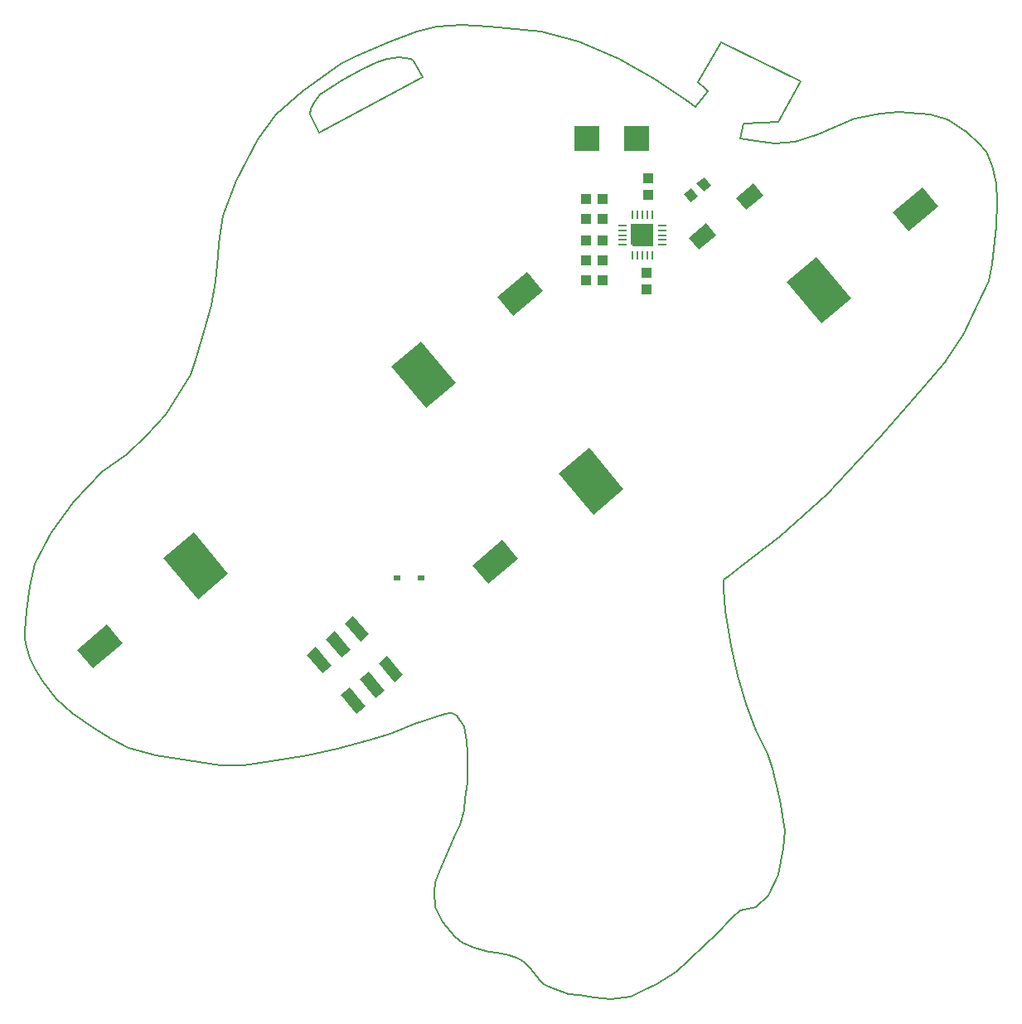
<source format=gbp>
G04 EAGLE Gerber RS-274X export*
G75*
%MOMM*%
%FSLAX34Y34*%
%LPD*%
%INSolder paste bottom*%
%IPPOS*%
%AMOC8*
5,1,8,0,0,1.08239X$1,22.5*%
G01*
%ADD10C,0.152400*%
%ADD11R,0.900000X0.250000*%
%ADD12R,0.250000X0.900000*%
%ADD13R,2.500000X4.000000*%
%ADD14R,5.500000X4.000000*%
%ADD15R,1.000000X1.100000*%
%ADD16R,1.100000X1.000000*%
%ADD17R,2.550000X2.500000*%
%ADD18R,2.300000X1.600000*%
%ADD19R,0.800000X0.600000*%
%ADD20R,1.200000X2.500000*%

G36*
X643668Y770955D02*
X643668Y770955D01*
X643693Y770952D01*
X643788Y770975D01*
X643885Y770990D01*
X643906Y771002D01*
X643930Y771008D01*
X644014Y771059D01*
X644100Y771105D01*
X644117Y771123D01*
X644138Y771136D01*
X644200Y771212D01*
X644267Y771284D01*
X644277Y771306D01*
X644293Y771325D01*
X644327Y771416D01*
X644368Y771506D01*
X644370Y771530D01*
X644379Y771553D01*
X644393Y771700D01*
X644393Y793200D01*
X644389Y793224D01*
X644392Y793249D01*
X644370Y793344D01*
X644354Y793441D01*
X644342Y793462D01*
X644336Y793486D01*
X644285Y793570D01*
X644239Y793656D01*
X644221Y793673D01*
X644208Y793694D01*
X644132Y793756D01*
X644061Y793823D01*
X644038Y793833D01*
X644019Y793849D01*
X643928Y793883D01*
X643838Y793924D01*
X643814Y793926D01*
X643791Y793935D01*
X643644Y793949D01*
X622144Y793949D01*
X622120Y793945D01*
X622095Y793948D01*
X622000Y793926D01*
X621903Y793910D01*
X621882Y793898D01*
X621858Y793892D01*
X621774Y793841D01*
X621688Y793795D01*
X621671Y793777D01*
X621650Y793764D01*
X621588Y793688D01*
X621521Y793617D01*
X621511Y793594D01*
X621496Y793575D01*
X621461Y793484D01*
X621420Y793394D01*
X621418Y793370D01*
X621409Y793347D01*
X621395Y793200D01*
X621395Y773700D01*
X621413Y773589D01*
X621428Y773478D01*
X621433Y773469D01*
X621434Y773459D01*
X621487Y773360D01*
X621538Y773260D01*
X621545Y773253D01*
X621549Y773244D01*
X621631Y773168D01*
X621711Y773088D01*
X621722Y773082D01*
X621728Y773077D01*
X621744Y773070D01*
X621840Y773015D01*
X622427Y772755D01*
X622860Y772416D01*
X623199Y771983D01*
X623459Y771396D01*
X623521Y771303D01*
X623580Y771206D01*
X623588Y771200D01*
X623593Y771192D01*
X623682Y771123D01*
X623769Y771052D01*
X623778Y771048D01*
X623786Y771042D01*
X623892Y771005D01*
X623997Y770965D01*
X624009Y770964D01*
X624016Y770962D01*
X624034Y770962D01*
X624144Y770951D01*
X643644Y770951D01*
X643668Y770955D01*
G37*
D10*
X201930Y241300D02*
X135890Y251460D01*
X107950Y259080D01*
X90170Y267970D01*
X72390Y279400D01*
X50800Y294640D01*
X34290Y308610D01*
X20320Y327660D01*
X12700Y340360D01*
X7620Y350520D01*
X3810Y361950D01*
X2540Y369570D01*
X2540Y378460D01*
X3810Y398780D01*
X7620Y424180D01*
X12700Y447040D01*
X29210Y478790D01*
X52070Y510540D01*
X81280Y541020D01*
X106680Y558800D01*
X127000Y577850D01*
X146050Y599440D01*
X171450Y640080D01*
X176530Y655320D01*
X186690Y689610D01*
X193040Y711200D01*
X196850Y735330D01*
X199390Y760730D01*
X200660Y774700D01*
X204470Y802640D01*
X218440Y838200D01*
X240030Y880110D01*
X259080Y905510D01*
X285750Y929640D01*
X325120Y957580D01*
X340360Y965200D01*
X375920Y980440D01*
X402590Y990600D01*
X422910Y995680D01*
X448310Y996950D01*
X476250Y995680D01*
X529590Y990600D01*
X567690Y980440D01*
X609600Y962660D01*
X646430Y941070D01*
X680720Y918210D01*
X732790Y881380D02*
X749300Y878840D01*
X768350Y876300D01*
X788670Y877570D01*
X812800Y885190D01*
X838200Y896620D01*
X849630Y901700D01*
X876300Y906780D01*
X895350Y908050D01*
X927100Y905510D01*
X944880Y900430D01*
X963930Y887730D01*
X976630Y876300D01*
X984250Y867410D01*
X990600Y853440D01*
X994410Y835660D01*
X995680Y816610D01*
X994410Y791210D01*
X990600Y753110D01*
X986790Y735330D01*
X975360Y711200D01*
X961390Y681990D01*
X942340Y652780D01*
X915670Y622300D01*
X875030Y575310D01*
X821690Y518160D01*
X773430Y474980D01*
X734060Y444500D01*
X721360Y434340D01*
X716280Y430530D01*
X716280Y421640D01*
X717550Y398780D01*
X723900Y363220D01*
X730250Y332740D01*
X739140Y303530D01*
X749300Y276860D01*
X760730Y252730D01*
X765810Y237490D01*
X769620Y223520D01*
X773430Y205740D01*
X778510Y173990D01*
X777240Y156210D01*
X772160Y129540D01*
X762000Y107950D01*
X749300Y96520D01*
X732790Y92710D01*
X725170Y86360D01*
X708660Y68580D01*
X697230Y58420D01*
X680720Y41910D01*
X668020Y30480D01*
X654050Y21590D01*
X647700Y17780D01*
X635000Y11430D01*
X621030Y5080D01*
X600710Y2540D01*
X584200Y3810D01*
X568960Y6350D01*
X557530Y7620D01*
X537210Y15240D01*
X532130Y17780D01*
X528320Y21590D01*
X521970Y29210D01*
X518160Y34290D01*
X513080Y39370D01*
X509270Y41910D01*
X504190Y44450D01*
X496570Y46990D01*
X485140Y49530D01*
X476250Y50800D01*
X461010Y54610D01*
X449580Y59690D01*
X441960Y66040D01*
X429260Y81280D01*
X421640Y96520D01*
X420370Y111760D01*
X421640Y121920D01*
X426720Y134620D01*
X441960Y170180D01*
X447040Y180340D01*
X450850Y195580D01*
X452120Y207010D01*
X454660Y223520D01*
X454660Y254000D01*
X453390Y265430D01*
X450850Y280670D01*
X447040Y287020D01*
X443230Y292100D01*
X438150Y294640D01*
X436880Y294640D01*
X431800Y293370D01*
X400050Y283210D01*
X375920Y273050D01*
X353060Y266700D01*
X321310Y257810D01*
X290830Y251460D01*
X254000Y245110D01*
X226060Y241300D01*
X201930Y241300D01*
X303530Y925830D02*
X327660Y941070D01*
X347980Y952500D01*
X361950Y958850D01*
X372110Y962660D01*
X384810Y963930D01*
X396240Y962660D01*
X398780Y961390D01*
X408686Y944118D01*
X303276Y886968D01*
X293370Y905510D01*
X294640Y911860D01*
X298450Y919480D01*
X303530Y925830D01*
X736600Y896620D02*
X772160Y897890D01*
X697230Y932180D02*
X689610Y938530D01*
X713740Y979170D01*
X795020Y939800D01*
X772160Y897890D01*
X687070Y913130D02*
X680720Y918210D01*
X687070Y913130D02*
X699770Y929640D01*
X697230Y932180D01*
X736600Y896620D02*
X732790Y881380D01*
D11*
X612394Y772450D03*
X612394Y777450D03*
X612394Y782450D03*
X612394Y787450D03*
X612394Y792450D03*
D12*
X622894Y802950D03*
X627894Y802950D03*
X632894Y802950D03*
X637894Y802950D03*
X642894Y802950D03*
D11*
X653394Y792450D03*
X653394Y787450D03*
X653394Y782450D03*
X653394Y777450D03*
X653394Y772450D03*
D12*
X642894Y761950D03*
X637894Y761950D03*
X632894Y761950D03*
X627894Y761950D03*
X622894Y761950D03*
D13*
G36*
X71592Y339878D02*
X55523Y359029D01*
X86164Y384740D01*
X102233Y365589D01*
X71592Y339878D01*
G37*
D14*
G36*
X179363Y410730D02*
X144011Y452861D01*
X174653Y478572D01*
X210005Y436441D01*
X179363Y410730D01*
G37*
G36*
X407377Y673850D02*
X442729Y631719D01*
X412087Y606008D01*
X376735Y648139D01*
X407377Y673850D01*
G37*
D13*
G36*
X515148Y744702D02*
X531217Y725551D01*
X500576Y699840D01*
X484507Y718991D01*
X515148Y744702D01*
G37*
G36*
X475452Y426238D02*
X459383Y445389D01*
X490024Y471100D01*
X506093Y451949D01*
X475452Y426238D01*
G37*
D14*
G36*
X583223Y497090D02*
X547871Y539221D01*
X578513Y564932D01*
X613865Y522801D01*
X583223Y497090D01*
G37*
G36*
X811237Y760210D02*
X846589Y718079D01*
X815947Y692368D01*
X780595Y734499D01*
X811237Y760210D01*
G37*
D13*
G36*
X919008Y831062D02*
X935077Y811911D01*
X904436Y786200D01*
X888367Y805351D01*
X919008Y831062D01*
G37*
D15*
X592700Y819150D03*
X575700Y819150D03*
X592700Y798830D03*
X575700Y798830D03*
X592700Y777240D03*
X575700Y777240D03*
X592700Y756920D03*
X575700Y756920D03*
X592700Y736600D03*
X575700Y736600D03*
D16*
X637540Y743830D03*
X637540Y726830D03*
D15*
X638810Y823350D03*
X638810Y840350D03*
D17*
X627230Y881380D03*
X576730Y881380D03*
D18*
G36*
X680739Y779859D02*
X698357Y794642D01*
X708641Y782385D01*
X691023Y767602D01*
X680739Y779859D01*
G37*
G36*
X728999Y820355D02*
X746617Y835138D01*
X756901Y822881D01*
X739283Y808098D01*
X728999Y820355D01*
G37*
D19*
X407216Y432308D03*
X382216Y432308D03*
D15*
G36*
X690210Y822085D02*
X682551Y815657D01*
X675480Y824083D01*
X683139Y830511D01*
X690210Y822085D01*
G37*
G36*
X703232Y833013D02*
X695573Y826585D01*
X688502Y835011D01*
X696161Y841439D01*
X703232Y833013D01*
G37*
D20*
G36*
X363473Y344766D02*
X372666Y352480D01*
X388735Y333330D01*
X379542Y325616D01*
X363473Y344766D01*
G37*
G36*
X344322Y328697D02*
X353515Y336411D01*
X369584Y317261D01*
X360391Y309547D01*
X344322Y328697D01*
G37*
G36*
X325171Y312627D02*
X334364Y320341D01*
X350433Y301191D01*
X341240Y293477D01*
X325171Y312627D01*
G37*
G36*
X290461Y353994D02*
X299654Y361708D01*
X315723Y342558D01*
X306530Y334844D01*
X290461Y353994D01*
G37*
G36*
X309612Y370063D02*
X318805Y377777D01*
X334874Y358627D01*
X325681Y350913D01*
X309612Y370063D01*
G37*
G36*
X328763Y386133D02*
X337956Y393847D01*
X354025Y374697D01*
X344832Y366983D01*
X328763Y386133D01*
G37*
M02*

</source>
